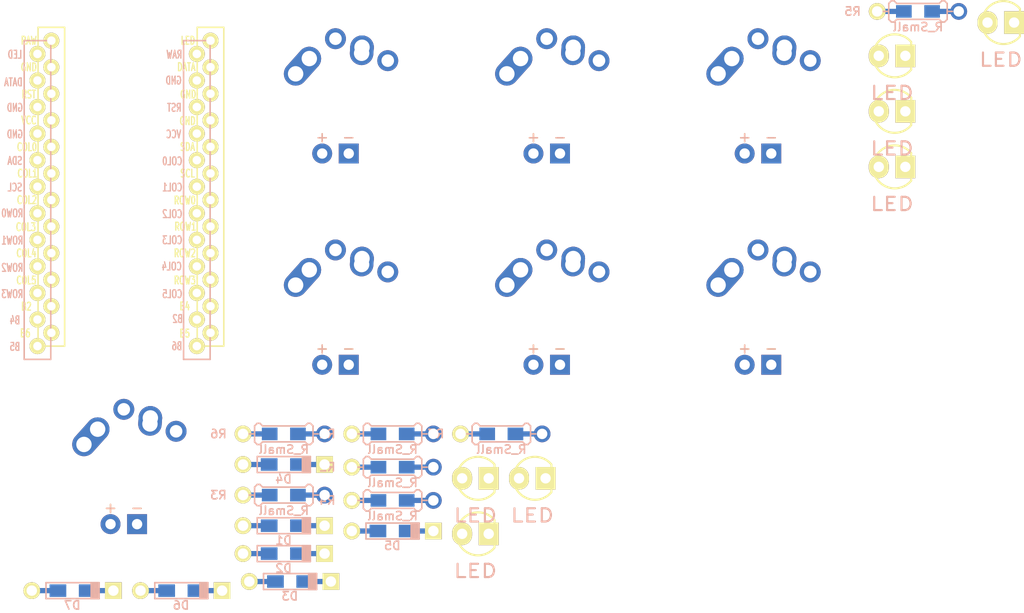
<source format=kicad_pcb>
(kicad_pcb (version 20211014) (generator pcbnew)
  (layers (0 "F.Cu" signal) (31 "B.Cu" signal) (34 "B.Paste" user) (35 "F.Paste" user) (36 "B.SilkS" user "B.Silkscreen") (37 "F.SilkS" user "F.Silkscreen") (38 "B.Mask" user) (39 "F.Mask" user) (44 "Edge.Cuts" user))
  (net 0 "")
  (net 1 "Net-(SW1-Pad2)")
  (net 2 "row0")
  (net 3 "Net-(SW3-Pad2)")
  (net 4 "Net-(D3-Pad2)")
  (net 5 "Net-(D4-Pad2)")
  (net 6 "row1")
  (net 7 "Net-(SW4-Pad2)")
  (net 8 "Net-(SW6-Pad2)")
  (net 9 "Net-(SW7-Pad2)")
  (net 10 "led_pin")
  (net 11 "Net-(D8-Pad2)")
  (net 12 "Net-(D9-Pad2)")
  (net 13 "Net-(D10-Pad2)")
  (net 14 "Net-(D11-Pad2)")
  (net 15 "Net-(D12-Pad2)")
  (net 16 "Net-(D13-Pad2)")
  (net 17 "Net-(D14-Pad2)")
  (net 18 "GND")
  (net 19 "col0")
  (net 20 "col1")
  (net 21 "col2")
  (net 22 "col3")
  (footprint "Keebio-Parts:LED_3mm" (layer "F.Cu") (at 135.1625 107.459961)
    (fp_text reference "D14" hide)
    (fp_text value "LED" (at 0 3.556) (layer "B.SilkS") (effects (font (size 1.27 1.524) (thickness 0.2032))))
    (pad "1" thru_hole oval locked (at -1.27 0) (size 1.905 2.159) (drill 0.9906) (layers *.Cu "F.Paste" "F.SilkS" "F.Mask") (net 10 "led_pin"))
    (pad "2" thru_hole rect locked (at 1.27 0) (size 1.905 2.159) (drill 0.9906) (layers *.Cu "F.Paste" "F.SilkS" "F.Mask") (net 17 "Net-(D14-Pad2)"))
  )
  (footprint "Keebio-Parts:LED_3mm" (layer "F.Cu") (at 175.0025 61.749961)
    (fp_text reference "D9" hide)
    (fp_text value "LED" (at 0 3.556) (layer "B.SilkS") (effects (font (size 1.27 1.524) (thickness 0.2032))))
    (pad "1" thru_hole oval locked (at -1.27 0) (size 1.905 2.159) (drill 0.9906) (layers *.Cu "F.Paste" "F.SilkS" "F.Mask") (net 10 "led_pin"))
    (pad "2" thru_hole rect locked (at 1.27 0) (size 1.905 2.159) (drill 0.9906) (layers *.Cu "F.Paste" "F.SilkS" "F.Mask") (net 12 "Net-(D9-Pad2)"))
  )
  (footprint "Keebio-Parts:Diode-Hybrid-Back" (layer "F.Cu") (at 116.84 100.83)
    (fp_text reference "D4" (at -0.0254 1.4) (layer "B.SilkS") (effects (font (size 0.8 0.8)) (justify mirror)))
    (fp_text value "D" hide)
    (pad "1" thru_hole rect locked (at 3.9 0) (size 1.6 1.6) (drill 1) (layers *.Cu *.Mask "F.SilkS") (net 6 "row1"))
    (pad "1" smd rect locked (at 1.4 0) (size 1.6 1.2) (layers "B.Cu" "B.Paste" "B.Mask") (net 6 "row1"))
    (pad "1" smd rect locked (at 2.5 0) (size 2.9 0.5) (layers "B.Cu") (net 6 "row1"))
    (pad "2" smd rect locked (at -1.4 0) (size 1.6 1.2) (layers "B.Cu" "B.Paste" "B.Mask") (net 5 "Net-(D4-Pad2)"))
    (pad "2" smd rect locked (at -2.5 0) (size 2.9 0.5) (layers "B.Cu") (net 5 "Net-(D4-Pad2)"))
    (pad "2" thru_hole circle locked (at -3.9 0) (size 1.6 1.6) (drill 1) (layers *.Cu *.Mask "F.SilkS") (net 5 "Net-(D4-Pad2)"))
  )
  (footprint "Keebio-Parts:MX-Alps-Choc-1U" (layer "F.Cu") (at 121.78 86.213)
    (fp_text reference "SW1")
    (fp_text value "SW_Push")
    (fp_text user "-" (at 1.27 3.5) (layer "B.SilkS"))
    (fp_text user "+" (at -1.27 3.5) (layer "B.SilkS"))
    (fp_text user "+" (at -1.27 3.5) (layer "F.SilkS"))
    (fp_text user "-" (at 1.27 3.5) (layer "F.SilkS"))
    (pad "" np_thru_hole circle locked (at 5.5 0 48.1) (size 1.7 1.7) (drill 1.7) (layers *.Cu *.Mask))
    (pad "" np_thru_hole circle locked (at -5.22 4.2 48.1) (size 0.8 0.8) (drill 0.8) (layers *.Cu *.Mask))
    (pad "" np_thru_hole circle locked (at 5.08 0 48.0996) (size 1.75 1.75) (drill 1.75) (layers *.Cu *.Mask))
    (pad "" np_thru_hole circle locked (at 0 0) (size 3.9878 3.9878) (drill 3.9878) (layers *.Cu *.Mask))
    (pad "" np_thru_hole circle locked (at -5.08 0 48.0996) (size 1.75 1.75) (drill 1.75) (layers *.Cu *.Mask))
    (pad "" np_thru_hole circle locked (at -5.5 0 48.1) (size 1.7 1.7) (drill 1.7) (layers *.Cu *.Mask))
    (pad "1" thru_hole circle locked (at -2.5 -4) (size 2.25 2.25) (drill 1.47) (layers *.Cu *.Mask) (net 19 "col0"))
    (pad "1" thru_hole circle locked (at 0 -5.9) (size 2 2) (drill 1.2) (layers *.Cu *.Mask) (net 19 "col0"))
    (pad "1" thru_hole oval locked (at -3.81 -2.54 48.1) (size 4.211556 2.25) (drill 1.47 (offset 0.980778 0)) (layers *.Cu *.Mask) (net 19 "col0"))
    (pad "2" thru_hole oval locked (at 2.5 -4.5 86.1) (size 2.831378 2.25) (drill 1.47 (offset 0.290689 0)) (layers *.Cu *.Mask) (net 1 "Net-(SW1-Pad2)"))
    (pad "2" thru_hole circle locked (at 5 -3.8) (size 2 2) (drill 1.2) (layers *.Cu *.Mask) (net 1 "Net-(SW1-Pad2)"))
    (pad "2" thru_hole circle locked (at 2.54 -5.08) (size 2.25 2.25) (drill 1.47) (layers *.Cu *.Mask) (net 1 "Net-(SW1-Pad2)"))
    (pad "3" thru_hole circle locked (at -1.27 5.08) (size 1.905 1.905) (drill 0.9906) (layers *.Cu *.Mask))
    (pad "4" thru_hole rect locked (at 1.27 5.08) (size 1.905 1.905) (drill 0.9906) (layers *.Cu *.Mask))
  )
  (footprint "Keebio-Parts:Diode-Hybrid-Back" (layer "F.Cu") (at 116.84 109.35)
    (fp_text reference "D2" (at -0.0254 1.4) (layer "B.SilkS") (effects (font (size 0.8 0.8)) (justify mirror)))
    (fp_text value "D" hide)
    (pad "1" smd rect locked (at 2.5 0) (size 2.9 0.5) (layers "B.Cu") (net 2 "row0"))
    (pad "1" thru_hole rect locked (at 3.9 0) (size 1.6 1.6) (drill 1) (layers *.Cu *.Mask "F.SilkS") (net 2 "row0"))
    (pad "1" smd rect locked (at 1.4 0) (size 1.6 1.2) (layers "B.Cu" "B.Paste" "B.Mask") (net 2 "row0"))
    (pad "2" smd rect locked (at -2.5 0) (size 2.9 0.5) (layers "B.Cu") (net 3 "Net-(SW3-Pad2)"))
    (pad "2" thru_hole circle locked (at -3.9 0) (size 1.6 1.6) (drill 1) (layers *.Cu *.Mask "F.SilkS") (net 3 "Net-(SW3-Pad2)"))
    (pad "2" smd rect locked (at -1.4 0) (size 1.6 1.2) (layers "B.Cu" "B.Paste" "B.Mask") (net 3 "Net-(SW3-Pad2)"))
  )
  (footprint "Keebio-Parts:MX-Alps-Choc-1U" (layer "F.Cu") (at 141.98 66.013)
    (fp_text reference "SW2")
    (fp_text value "SW_Push")
    (fp_text user "-" (at 1.27 3.5) (layer "B.SilkS"))
    (fp_text user "+" (at -1.27 3.5) (layer "B.SilkS"))
    (fp_text user "+" (at -1.27 3.5) (layer "F.SilkS"))
    (fp_text user "-" (at 1.27 3.5) (layer "F.SilkS"))
    (pad "" np_thru_hole circle locked (at 5.08 0 48.0996) (size 1.75 1.75) (drill 1.75) (layers *.Cu *.Mask))
    (pad "" np_thru_hole circle locked (at 0 0) (size 3.9878 3.9878) (drill 3.9878) (layers *.Cu *.Mask))
    (pad "" np_thru_hole circle locked (at -5.5 0 48.1) (size 1.7 1.7) (drill 1.7) (layers *.Cu *.Mask))
    (pad "" np_thru_hole circle locked (at 5.5 0 48.1) (size 1.7 1.7) (drill 1.7) (layers *.Cu *.Mask))
    (pad "" np_thru_hole circle locked (at -5.08 0 48.0996) (size 1.75 1.75) (drill 1.75) (layers *.Cu *.Mask))
    (pad "" np_thru_hole circle locked (at -5.22 4.2 48.1) (size 0.8 0.8) (drill 0.8) (layers *.Cu *.Mask))
    (pad "1" thru_hole circle locked (at 0 -5.9) (size 2 2) (drill 1.2) (layers *.Cu *.Mask) (net 19 "col0"))
    (pad "1" thru_hole circle locked (at -2.5 -4) (size 2.25 2.25) (drill 1.47) (layers *.Cu *.Mask) (net 19 "col0"))
    (pad "1" thru_hole oval locked (at -3.81 -2.54 48.1) (size 4.211556 2.25) (drill 1.47 (offset 0.980778 0)) (layers *.Cu *.Mask) (net 19 "col0"))
    (pad "2" thru_hole oval locked (at 2.5 -4.5 86.1) (size 2.831378 2.25) (drill 1.47 (offset 0.290689 0)) (layers *.Cu *.Mask) (net 5 "Net-(D4-Pad2)"))
    (pad "2" thru_hole circle locked (at 2.54 -5.08) (size 2.25 2.25) (drill 1.47) (layers *.Cu *.Mask) (net 5 "Net-(D4-Pad2)"))
    (pad "2" thru_hole circle locked (at 5 -3.8) (size 2 2) (drill 1.2) (layers *.Cu *.Mask) (net 5 "Net-(D4-Pad2)"))
    (pad "3" thru_hole circle locked (at -1.27 5.08) (size 1.905 1.905) (drill 0.9906) (layers *.Cu *.Mask))
    (pad "4" thru_hole rect locked (at 1.27 5.08) (size 1.905 1.905) (drill 0.9906) (layers *.Cu *.Mask))
  )
  (footprint "Keebio-Parts:Resistor-Hybrid-Back" (layer "F.Cu") (at 127.24 101.084)
    (fp_text reference "R2" (at -6.250776 0) (layer "B.SilkS") (effects (font (size 0.8 0.8)) (justify mirror)))
    (fp_text value "R_Small" (at 0 1.48828) (layer "B.SilkS") (effects (font (size 0.8 0.8)) (justify mirror)))
    (pad "1" smd rect locked (at 1.35 0) (size 1.5 1.2) (layers "B.Cu" "B.Paste" "B.Mask") (net 14 "Net-(D11-Pad2)"))
    (pad "1" smd rect locked (at 2.5 0) (size 2.9 0.5) (layers "B.Cu") (net 14 "Net-(D11-Pad2)"))
    (pad "1" thru_hole circle locked (at 3.9 0) (size 1.6 1.6) (drill 1) (layers *.Cu *.Mask) (net 14 "Net-(D11-Pad2)"))
    (pad "2" smd rect locked (at -2.5 0) (size 2.9 0.5) (layers "B.Cu") (net 18 "GND"))
    (pad "2" smd rect locked (at -1.35 0) (size 1.5 1.2) (layers "B.Cu" "B.Paste" "B.Mask") (net 18 "GND"))
    (pad "2" thru_hole circle locked (at -3.9 0) (size 1.6 1.6) (drill 1) (layers *.Cu *.Mask "F.SilkS") (net 18 "GND"))
  )
  (footprint "kbd:ProMicro_v2" (layer "F.Cu") (at 102.175 74.776)
    (fp_text reference "U1" hide)
    (fp_text value "ProMicro" hide)
    (fp_text user "SCL" (at -11.049 -0.4445) (layer "B.SilkS") (effects (font (size 0.75 0.5) (thickness 0.125)) (justify mirror)))
    (fp_text user "COL2" (at 4 2.1) (layer "B.SilkS") (effects (font (size 0.75 0.5) (thickness 0.125)) (justify mirror)))
    (fp_text user "B2" (at 4.5085 12.1285) (layer "B.SilkS") (effects (font (size 0.75 0.5) (thickness 0.125)) (justify mirror)))
    (fp_text user "GND" (at 4.1275 -10.668) (layer "B.SilkS") (effects (font (size 0.75 0.5) (thickness 0.125)) (justify mirror)))
    (fp_text user "VCC" (at 4.1275 -5.5245) (layer "B.SilkS") (effects (font (size 0.75 0.5) (thickness 0.125)) (justify mirror)))
    (fp_text user "LED" (at -11.049 -13.1445) (layer "B.SilkS") (effects (font (size 0.75 0.5) (thickness 0.125)) (justify mirror)))
    (fp_text user "ROW2" (at -11.3 7.239) (layer "B.SilkS") (effects (font (size 0.75 0.5) (thickness 0.125)) (justify mirror)))
    (fp_text user "COL0" (at 4 -2.95) (layer "B.SilkS") (effects (font (size 0.75 0.5) (thickness 0.125)) (justify mirror)))
    (fp_text user "B4" (at -11.049 12.2555) (layer "B.SilkS") (effects (font (size 0.75 0.5) (thickness 0.125)) (justify mirror)))
    (fp_text user "ROW1" (at -11.3 4.6355) (layer "B.SilkS") (effects (font (size 0.75 0.5) (thickness 0.125)) (justify mirror)))
    (fp_text user "RAW" (at 4.191 -13.1445) (layer "B.SilkS") (effects (font (size 0.75 0.5) (thickness 0.125)) (justify mirror)))
    (fp_text user "" (at -1.2065 -16.256) (layer "B.SilkS") (effects (justify mirror)))
    (fp_text user "RST" (at 4.191 -8.0645) (layer "B.SilkS") (effects (font (size 0.75 0.5) (thickness 0.125)) (justify mirror)))
    (fp_text user "COL3" (at 4 4.6) (layer "B.SilkS") (effects (font (size 0.75 0.5) (thickness 0.125)) (justify mirror)))
    (fp_text user "GND" (at -11.049 -8.0645) (layer "B.SilkS") (effects (font (size 0.75 0.5) (thickness 0.125)) (justify mirror)))
    (fp_text user "COL1" (at 4 -0.4445) (layer "B.SilkS") (effects (font (size 0.75 0.5) (thickness 0.125)) (justify mirror)))
    (fp_text user "SDA" (at -11.049 -2.9845) (layer "B.SilkS") (effects (font (size 0.75 0.5) (thickness 0.125)) (justify mirror)))
    (fp_text user "B5" (at -11.049 14.7955) (layer "B.SilkS") (effects (font (size 0.75 0.5) (thickness 0.125)) (justify mirror)))
    (fp_text user "GND" (at -11.049 -5.5245) (layer "B.SilkS") (effects (font (size 0.75 0.5) (thickness 0.125)) (justify mirror)))
    (fp_text user "DATA" (at -11.2 -10.5) (layer "B.SilkS") (effects (font (size 0.75 0.5) (thickness 0.125)) (justify mirror)))
    (fp_text user "B6" (at 4.445 14.732) (layer "B.SilkS") (effects (font (size 0.75 0.5) (thickness 0.125)) (justify mirror)))
    (fp_text user "COL5" (at 4 9.75) (layer "B.SilkS") (effects (font (size 0.75 0.5) (thickness 0.125)) (justify mirror)))
    (fp_text user "COL4" (at 3.95 7.112) (layer "B.SilkS") (effects (font (size 0.75 0.5) (thickness 0.125)) (justify mirror)))
    (fp_text user "ROW3" (at -11.3 9.75) (layer "B.SilkS") (effects (font (size 0.75 0.5) (thickness 0.125)) (justify mirror)))
    (fp_text user "ROW0" (at -11.3 2.032) (layer "B.SilkS") (effects (font (size 0.75 0.5) (thickness 0.125)) (justify mirror)))
    (fp_text user "ROW0" (at 5.2 0.8) (layer "F.SilkS") (effects (font (size 0.75 0.5) (thickness 0.125))))
    (fp_text user "COL5" (at -9.95 8.4455) (layer "F.SilkS") (effects (font (size 0.75 0.5) (thickness 0.125))))
    (fp_text user "ROW2" (at 5.2 5.85) (layer "F.SilkS") (effects (font (size 0.75 0.5) (thickness 0.125))))
    (fp_text user "GND" (at 5.5245 -9.3345) (layer "F.SilkS") (effects (font (size 0.75 0.5) (thickness 0.125))))
    (fp_text user "SDA" (at 5.461 -4.318) (layer "F.SilkS") (effects (font (size 0.75 0.5) (thickness 0.125))))
    (fp_text user "B2" (at -9.95 10.95) (layer "F.SilkS") (effects (font (size 0.75 0.5) (thickness 0.125))))
    (fp_text user "B4" (at 5.2 10.922) (layer "F.SilkS") (effects (font (size 0.75 0.5) (thickness 0.125))))
    (fp_text user "COL4" (at -9.95 5.85) (layer "F.SilkS") (effects (font (size 0.75 0.5) (thickness 0.125))))
    (fp_text user "COL3" (at -10 3.35) (layer "F.SilkS") (effects (font (size 0.75 0.5) (thickness 0.125))))
    (fp_text user "RST" (at -9.7155 -9.3345) (layer "F.SilkS") (effects (font (size 0.75 0.5) (thickness 0.125))))
    (fp_text user "GND" (at 5.461 -6.7945) (layer "F.SilkS") (effects (font (size 0.75 0.5) (thickness 0.125))))
    (fp_text user "ROW1" (at 5.25 3.302) (layer "F.SilkS") (effects (font (size 0.75 0.5) (thickness 0.125))))
    (fp_text user "COL2" (at -9.9 0.762) (layer "F.SilkS") (effects (font (size 0.75 0.5) (thickness 0.125))))
    (fp_text user "B5" (at 5.2 13.5255) (layer "F.SilkS") (effects (font (size 0.75 0.5) (thickness 0.125))))
    (fp_text user "RAW" (at -9.7155 -14.478) (layer "F.SilkS") (effects (font (size 0.75 0.5) (thickness 0.125))))
    (fp_text user "DATA" (at 5.35 -11.95) (layer "F.SilkS") (effects (font (size 0.75 0.5) (thickness 0.125))))
    (fp_text user "VCC" (at -9.7155 -6.858) (layer "F.SilkS") (effects (font (size 0.75 0.5) (thickness 0.125))))
    (fp_text user "B6" (at -10.05 13.5) (layer "F.SilkS") (effects (font (size 0.75 0.5) (thickness 0.125))))
    (fp_text user "SCL" (at 5.461 -1.778) (layer "F.SilkS") (effects (font (size 0.75 0.5) (thickness 0.125))))
    (fp_text user "LED" (at 5.5 -14.478) (layer "F.SilkS") (effects (font (size 0.75 0.5) (thickness 0.125))))
    (fp_text user "" (at -0.5 -17.25) (layer "F.SilkS"))
    (fp_text user "COL0" (at -9.9 -4.3) (layer "F.SilkS") (effects (font (size 0.75 0.5) (thickness 0.125))))
    (fp_text user "ROW3" (at 5.2 8.4455) (layer "F.SilkS") (effects (font (size 0.75 0.5) (thickness 0.125))))
    (fp_text user "GND" (at -9.7155 -11.938) (layer "F.SilkS") (effects (font (size 0.75 0.5) (thickness 0.125))))
    (fp_text user "COL1" (at -9.85 -1.778) (layer "F.SilkS") (effects (font (size 0.75 0.5) (thickness 0.125))))
    (pad "1" thru_hole circle locked (at 7.6564 -14.478) (size 1.524 1.524) (drill 0.8128) (layers *.Cu *.Mask "F.SilkS"))
    (pad "1" thru_hole circle locked (at -8.89 -13.208) (size 1.524 1.524) (drill 0.8128) (layers *.Cu *.Mask "F.SilkS"))
    (pad "2" thru_hole circle locked (at 7.6564 -11.938) (size 1.524 1.524) (drill 0.8128) (layers *.Cu *.Mask "F.SilkS"))
    (pad "2" thru_hole circle locked (at -8.89 -10.668) (size 1.524 1.524) (drill 0.8128) (layers *.Cu *.Mask "F.SilkS"))
    (pad "3" thru_hole circle locked (at 7.6564 -9.398) (size 1.524 1.524) (drill 0.8128) (layers *.Cu *.Mask "F.SilkS"))
    (pad "3" thru_hole circle locked (at -8.89 -8.128) (size 1.524 1.524) (drill 0.8128) (layers *.Cu *.Mask "F.SilkS"))
    (pad "4" thru_hole circle locked (at -8.89 -5.588) (size 1.524 1.524) (drill 0.8128) (layers *.Cu *.Mask "F.SilkS"))
    (pad "4" thru_hole circle locked (at 7.6564 -6.858) (size 1.524 1.524) (drill 0.8128) (layers *.Cu *.Mask "F.SilkS"))
    (pad "5" thru_hole circle locked (at 7.6564 -4.318) (size 1.524 1.524) (drill 0.8128) (layers *.Cu *.Mask "F.SilkS"))
    (pad "5" thru_hole circle locked (at -8.89 -3.048) (size 1.524 1.524) (drill 0.8128) (layers *.Cu *.Mask "F.SilkS"))
    (pad "6" thru_hole circle locked (at -8.89 -0.508) (size 1.524 1.524) (drill 0.8128) (layers *.Cu *.Mask "F.SilkS"))
    (pad "6" thru_hole circle locked (at 7.6564 -1.778) (size 1.524 1.524) (drill 0.8128) (layers *.Cu *.Mask "F.SilkS"))
    (pad "7" thru_hole circle locked (at -8.89 2.032) (size 1.524 1.524) (drill 0.8128) (layers *.Cu *.Mask "F.SilkS"))
    (pad "7" thru_hole circle locked (at 7.6564 0.762) (size 1.524 1.524) (drill 0.8128) (layers *.Cu *.Mask "F.SilkS"))
    (pad "8" thru_hole circle locked (at 7.6564 3.302) (size 1.524 1.524) (drill 0.8128) (layers *.Cu *.Mask "F.SilkS"))
    (pad "8" thru_hole circle locked (at -8.89 4.572) (size 1.524 1.524) (drill 0.8128) (layers *.Cu *.Mask "F.SilkS"))
    (pad "9" thru_hole circle locked (at -8.89 7.112) (size 1.524 1.524) (drill 0.8128) (layers *.Cu *.Mask "F.SilkS"))
    (pad "9" thru_hole circle locked (at 7.6564 5.842) (size 1.524 1.524) (drill 0.8128) (layers *.Cu *.Mask "F.SilkS"))
    (pad "10" thru_hole circle locked (at 7.6564 8.382) (size 1.524 1.524) (drill 0.8128) (layers *.Cu *.Mask "F.SilkS"))
    (pad "10" thru_hole circle locked (at -8.89 9.652) (size 1.524 1.524) (drill 0.8128) (layers *.Cu *.Mask "F.SilkS"))
    (pad "11" thru_hole circle locked (at -8.89 12.192) (size 1.524 1.524) (drill 0.8128) (layers *.Cu *.Mask "F.SilkS"))
    (pad "11" thru_hole circle locked (at 7.6564 10.922) (size 1.524 1.524) (drill 0.8128) (layers *.Cu *.Mask "F.SilkS"))
    (pad "12" thru_hole circle locked (at -8.89 14.732) (size 1.524 1.524) (drill 0.8128) (layers *.Cu *.Mask "F.SilkS"))
    (pad "12" thru_hole circle locked (at 7.6564 13.462) (size 1.524 1.524) (drill 0.8128) (layers *.Cu *.Mask "F.SilkS"))
    (pad "13" thru_hole circle locked (at 6.35 14.732) (size 1.524 1.524) (drill 0.8128) (layers *.Cu *.Mask "F.SilkS"))
    (pad "13" thru_hole circle locked (at -7.5636 13.462) (size 1.524 1.524) (drill 0.8128) (layers *.Cu *.Mask "F.SilkS"))
    (pad "14" thru_hole circle locked (at -7.5636 10.922) (size 1.524 1.524) (drill 0.8128) (layers *.Cu *.Mask "F.SilkS"))
    (pad "14" thru_hole circle locked (at 6.35 12.192) (size 1.524 1.524) (drill 0.8128) (layers *.Cu *.Mask "F.SilkS"))
    (pad "15" thru_hole circle locked (at 6.35 9.652) (size 1.524 1.524) (drill 0.8128) (layers *.Cu *.Mask "F.SilkS"))
    (pad "15" thru_hole circle locked (at -7.5636 8.382) (size 1.524 1.524) (drill 0.8128) (layers *.Cu *.Mask "F.SilkS"))
    (pad "16" thru_hole circle locked (at 6.35 7.112) (size 1.524 1.524) (drill 0.8128) (layers *.Cu *.Mask "F.SilkS"))
    (pad "16" thru_hole circle locked (at -7.5636 5.842) (size 1.524 1.524) (drill 0.8128) (layers *.Cu *.Mask "F.SilkS"))
    (pad "17" thru_hole circle locked (at 6.35 4.572) (size 1.524 1.524) (drill 0.8128) (layers *.Cu *.Mask "F.SilkS"))
    (pad "17" thru_hole circle locked (at -7.5636 3.302) (size 1.524 1.524) (drill 0.8128) (layers *.Cu *.Mask "F.SilkS"))
    (pad "18" thru_hole circle locked (at -7.5636 0.762) (size 1.524 1.524) (drill 0.8128) (layers *.Cu *.Mask "F.SilkS"))
    (pad "18" thru_hole circle locked (at 6.35 2.032) (size 1.524 1.524) (drill 0.8128) (layers *.Cu *.Mask "F.SilkS"))
    (pad "19" thru_hole circle locked (at 6.35 -0.508) (size 1.524 1.524) (drill 0.8128) (layers *.Cu *.Mask "F.SilkS"))
    (pad "19" thru_hole circle locked (at -7.5636 -1.778) (size 1.524 1.524) (drill 0.8128) (layers *.Cu *.Mask "F.SilkS"))
    (pad "20" thru_hole circle locked (at -7.5636 -4.318) (size 1.524 1.524) (drill 0.8128) (layers *.Cu *.Mask "F.SilkS"))
    (pad "20" thru_hole circle locked (at 6.35 -3.048) (size 1.524 1.524) (drill 0.8128) (layers *.Cu *.Mask "F.SilkS"))
    (pad "21" thru_hole circle locked (at -7.5636 -6.858) (size 1.524 1.524) (drill 0.8128) (layers *.Cu *.Mask "F.SilkS"))
    (pad "21" thru_hole circle locked (at 6.35 -5.588) (size 1.524 1.524) (drill 0.8128) (layers *.Cu *.Mask "F.SilkS"))
    (pad "22" thru_hole circle locked (at -7.5636 -9.398) (size 1.524 1.524) (drill 0.8128) (layers *.Cu *.Mask "F.SilkS"))
    (pad "22" thru_hole circle locked (at 6.35 -8.128) (size 1.524 1.524) (drill 0.8128) (layers *.Cu *.Mask "F.SilkS"))
    (pad "23" thru_hole circle locked (at 6.35 -10.668) (size 1.524 1.524) (drill 0.8128) (layers *.Cu *.Mask "F.SilkS"))
    (pad "23" thru_hole circle locked (at -7.5636 -11.938) (size 1.524 1.524) (drill 0.8128) (layers *.Cu *.Mask "F.SilkS"))
    (pad "24" thru_hole circle locked (at 6.35 -13.208) (size 1.524 1.524) (drill 0.8128) (layers *.Cu *.Mask "F.SilkS"))
    (pad "24" thru_hole circle locked (at -7.5636 -14.478) (size 1.524 1.524) (drill 0.8128) (layers *.Cu *.Mask "F.SilkS"))
  )
  (footprint "Keebio-Parts:Resistor-Hybrid-Back" (layer "F.Cu") (at 116.84 103.754)
    (fp_text reference "R3" (at -6.250776 0) (layer "B.SilkS") (effects (font (size 0.8 0.8)) (justify mirror)))
    (fp_text value "R_Small" (at 0 1.48828) (layer "B.SilkS") (effects (font (size 0.8 0.8)) (justify mirror)))
    (pad "1" thru_hole circle locked (at 3.9 0) (size 1.6 1.6) (drill 1) (layers *.Cu *.Mask) (net 12 "Net-(D9-Pad2)"))
    (pad "1" smd rect locked (at 2.5 0) (size 2.9 0.5) (layers "B.Cu") (net 12 "Net-(D9-Pad2)"))
    (pad "1" smd rect locked (at 1.35 0) (size 1.5 1.2) (layers "B.Cu" "B.Paste" "B.Mask") (net 12 "Net-(D9-Pad2)"))
    (pad "2" smd rect locked (at -2.5 0) (size 2.9 0.5) (layers "B.Cu") (net 18 "GND"))
    (pad "2" thru_hole circle locked (at -3.9 0) (size 1.6 1.6) (drill 1) (layers *.Cu *.Mask "F.SilkS") (net 18 "GND"))
    (pad "2" smd rect locked (at -1.35 0) (size 1.5 1.2) (layers "B.Cu" "B.Paste" "B.Mask") (net 18 "GND"))
  )
  (footprint "Keebio-Parts:Diode-Hybrid-Back" (layer "F.Cu") (at 96.64 112.89)
    (fp_text reference "D7" (at -0.0254 1.4) (layer "B.SilkS") (effects (font (size 0.8 0.8)) (justify mirror)))
    (fp_text value "D" hide)
    (pad "1" smd rect locked (at 1.4 0) (size 1.6 1.2) (layers "B.Cu" "B.Paste" "B.Mask") (net 6 "row1"))
    (pad "1" smd rect locked (at 2.5 0) (size 2.9 0.5) (layers "B.Cu") (net 6 "row1"))
    (pad "1" thru_hole rect locked (at 3.9 0) (size 1.6 1.6) (drill 1) (layers *.Cu *.Mask "F.SilkS") (net 6 "row1"))
    (pad "2" smd rect locked (at -1.4 0) (size 1.6 1.2) (layers "B.Cu" "B.Paste" "B.Mask") (net 9 "Net-(SW7-Pad2)"))
    (pad "2" thru_hole circle locked (at -3.9 0) (size 1.6 1.6) (drill 1) (layers *.Cu *.Mask "F.SilkS") (net 9 "Net-(SW7-Pad2)"))
    (pad "2" smd rect locked (at -2.5 0) (size 2.9 0.5) (layers "B.Cu") (net 9 "Net-(SW7-Pad2)"))
  )
  (footprint "Keebio-Parts:Diode-Hybrid-Back" (layer "F.Cu") (at 107.04 112.89)
    (fp_text reference "D6" (at -0.0254 1.4) (layer "B.SilkS") (effects (font (size 0.8 0.8)) (justify mirror)))
    (fp_text value "D" hide)
    (pad "1" smd rect locked (at 1.4 0) (size 1.6 1.2) (layers "B.Cu" "B.Paste" "B.Mask") (net 6 "row1"))
    (pad "1" thru_hole rect locked (at 3.9 0) (size 1.6 1.6) (drill 1) (layers *.Cu *.Mask "F.SilkS") (net 6 "row1"))
    (pad "1" smd rect locked (at 2.5 0) (size 2.9 0.5) (layers "B.Cu") (net 6 "row1"))
    (pad "2" thru_hole circle locked (at -3.9 0) (size 1.6 1.6) (drill 1) (layers *.Cu *.Mask "F.SilkS") (net 8 "Net-(SW6-Pad2)"))
    (pad "2" smd rect locked (at -1.4 0) (size 1.6 1.2) (layers "B.Cu" "B.Paste" "B.Mask") (net 8 "Net-(SW6-Pad2)"))
    (pad "2" smd rect locked (at -2.5 0) (size 2.9 0.5) (layers "B.Cu") (net 8 "Net-(SW6-Pad2)"))
  )
  (footprint "Keebio-Parts:MX-Alps-Choc-1U" (layer "F.Cu") (at 121.78 66.013)
    (fp_text reference "SW4")
    (fp_text value "SW_Push")
    (fp_text user "-" (at 1.27 3.5) (layer "B.SilkS"))
    (fp_text user "+" (at -1.27 3.5) (layer "B.SilkS"))
    (fp_text user "+" (at -1.27 3.5) (layer "F.SilkS"))
    (fp_text user "-" (at 1.27 3.5) (layer "F.SilkS"))
    (pad "" np_thru_hole circle locked (at -5.5 0 48.1) (size 1.7 1.7) (drill 1.7) (layers *.Cu *.Mask))
    (pad "" np_thru_hole circle locked (at 5.5 0 48.1) (size 1.7 1.7) (drill 1.7) (layers *.Cu *.Mask))
    (pad "" np_thru_hole circle locked (at -5.08 0 48.0996) (size 1.75 1.75) (drill 1.75) (layers *.Cu *.Mask))
    (pad "" np_thru_hole circle locked (at 0 0) (size 3.9878 3.9878) (drill 3.9878) (layers *.Cu *.Mask))
    (pad "" np_thru_hole circle locked (at 5.08 0 48.0996) (size 1.75 1.75) (drill 1.75) (layers *.Cu *.Mask))
    (pad "" np_thru_hole circle locked (at -5.22 4.2 48.1) (size 0.8 0.8) (drill 0.8) (layers *.Cu *.Mask))
    (pad "1" thru_hole circle locked (at -2.5 -4) (size 2.25 2.25) (drill 1.47) (layers *.Cu *.Mask) (net 20 "col1"))
    (pad "1" thru_hole oval locked (at -3.81 -2.54 48.1) (size 4.211556 2.25) (drill 1.47 (offset 0.980778 0)) (layers *.Cu *.Mask) (net 20 "col1"))
    (pad "1" thru_hole circle locked (at 0 -5.9) (size 2 2) (drill 1.2) (layers *.Cu *.Mask) (net 20 "col1"))
    (pad "2" thru_hole oval locked (at 2.5 -4.5 86.1) (size 2.831378 2.25) (drill 1.47 (offset 0.290689 0)) (layers *.Cu *.Mask) (net 7 "Net-(SW4-Pad2)"))
    (pad "2" thru_hole circle locked (at 2.54 -5.08) (size 2.25 2.25) (drill 1.47) (layers *.Cu *.Mask) (net 7 "Net-(SW4-Pad2)"))
    (pad "2" thru_hole circle locked (at 5 -3.8) (size 2 2) (drill 1.2) (layers *.Cu *.Mask) (net 7 "Net-(SW4-Pad2)"))
    (pad "3" thru_hole circle locked (at -1.27 5.08) (size 1.905 1.905) (drill 0.9906) (layers *.Cu *.Mask))
    (pad "4" thru_hole rect locked (at 1.27 5.08) (size 1.905 1.905) (drill 0.9906) (layers *.Cu *.Mask))
  )
  (footprint "Keebio-Parts:LED_3mm" (layer "F.Cu") (at 175.0025 72.369961)
    (fp_text reference "D12" hide)
    (fp_text value "LED" (at 0 3.556) (layer "B.SilkS") (effects (font (size 1.27 1.524) (thickness 0.2032))))
    (pad "1" thru_hole oval locked (at -1.27 0) (size 1.905 2.159) (drill 0.9906) (layers *.Cu "F.Paste" "F.SilkS" "F.Mask") (net 10 "led_pin"))
    (pad "2" thru_hole rect locked (at 1.27 0) (size 1.905 2.159) (drill 0.9906) (layers *.Cu "F.Paste" "F.SilkS" "F.Mask") (net 15 "Net-(D12-Pad2)"))
  )
  (footprint "Keebio-Parts:Resistor-Hybrid-Back" (layer "F.Cu") (at 137.64 97.904)
    (fp_text reference "R7" (at -6.250776 0) (layer "B.SilkS") (effects (font (size 0.8 0.8)) (justify mirror)))
    (fp_text value "R_Small" (at 0 1.48828) (layer "B.SilkS") (effects (font (size 0.8 0.8)) (justify mirror)))
    (pad "1" smd rect locked (at 1.35 0) (size 1.5 1.2) (layers "B.Cu" "B.Paste" "B.Mask") (net 17 "Net-(D14-Pad2)"))
    (pad "1" thru_hole circle locked (at 3.9 0) (size 1.6 1.6) (drill 1) (layers *.Cu *.Mask) (net 17 "Net-(D14-Pad2)"))
    (pad "1" smd rect locked (at 2.5 0) (size 2.9 0.5) (layers "B.Cu") (net 17 "Net-(D14-Pad2)"))
    (pad "2" smd rect locked (at -1.35 0) (size 1.5 1.2) (layers "B.Cu" "B.Paste" "B.Mask") (net 18 "GND"))
    (pad "2" thru_hole circle locked (at -3.9 0) (size 1.6 1.6) (drill 1) (layers *.Cu *.Mask "F.SilkS") (net 18 "GND"))
    (pad "2" smd rect locked (at -2.5 0) (size 2.9 0.5) (layers "B.Cu") (net 18 "GND"))
  )
  (footprint "Keebio-Parts:LED_3mm" (layer "F.Cu") (at 135.1625 102.149961)
    (fp_text reference "D10" hide)
    (fp_text value "LED" (at 0 3.556) (layer "B.SilkS") (effects (font (size 1.27 1.524) (thickness 0.2032))))
    (pad "1" thru_hole oval locked (at -1.27 0) (size 1.905 2.159) (drill 0.9906) (layers *.Cu "F.Paste" "F.SilkS" "F.Mask") (net 10 "led_pin"))
    (pad "2" thru_hole rect locked (at 1.27 0) (size 1.905 2.159) (drill 0.9906) (layers *.Cu "F.Paste" "F.SilkS" "F.Mask") (net 13 "Net-(D10-Pad2)"))
  )
  (footprint "Keebio-Parts:Diode-Hybrid-Back" (layer "F.Cu") (at 117.44 112.02)
    (fp_text reference "D3" (at -0.0254 1.4) (layer "B.SilkS") (effects (font (size 0.8 0.8)) (justify mirror)))
    (fp_text value "D" hide)
    (pad "1" smd rect locked (at 2.5 0) (size 2.9 0.5) (layers "B.Cu") (net 2 "row0"))
    (pad "1" thru_hole rect locked (at 3.9 0) (size 1.6 1.6) (drill 1) (layers *.Cu *.Mask "F.SilkS") (net 2 "row0"))
    (pad "1" smd rect locked (at 1.4 0) (size 1.6 1.2) (layers "B.Cu" "B.Paste" "B.Mask") (net 2 "row0"))
    (pad "2" smd rect locked (at -2.5 0) (size 2.9 0.5) (layers "B.Cu") (net 4 "Net-(D3-Pad2)"))
    (pad "2" smd rect locked (at -1.4 0) (size 1.6 1.2) (layers "B.Cu" "B.Paste" "B.Mask") (net 4 "Net-(D3-Pad2)"))
    (pad "2" thru_hole circle locked (at -3.9 0) (size 1.6 1.6) (drill 1) (layers *.Cu *.Mask "F.SilkS") (net 4 "Net-(D3-Pad2)"))
  )
  (footprint "Keebio-Parts:MX-Alps-Choc-1U" (layer "F.Cu") (at 141.98 86.213)
    (fp_text reference "SW3")
    (fp_text value "SW_Push")
    (fp_text user "+" (at -1.27 3.5) (layer "B.SilkS"))
    (fp_text user "-" (at 1.27 3.5) (layer "B.SilkS"))
    (fp_text user "+" (at -1.27 3.5) (layer "F.SilkS"))
    (fp_text user "-" (at 1.27 3.5) (layer "F.SilkS"))
    (pad "" np_thru_hole circle locked (at 0 0) (size 3.9878 3.9878) (drill 3.9878) (layers *.Cu *.Mask))
    (pad "" np_thru_hole circle locked (at 5.08 0 48.0996) (size 1.75 1.75) (drill 1.75) (layers *.Cu *.Mask))
    (pad "" np_thru_hole circle locked (at 5.5 0 48.1) (size 1.7 1.7) (drill 1.7) (layers *.Cu *.Mask))
    (pad "" np_thru_hole circle locked (at -5.08 0 48.0996) (size 1.75 1.75) (drill 1.75) (layers *.Cu *.Mask))
    (pad "" np_thru_hole circle locked (at -5.5 0 48.1) (size 1.7 1.7) (drill 1.7) (layers *.Cu *.Mask))
    (pad "" np_thru_hole circle locked (at -5.22 4.2 48.1) (size 0.8 0.8) (drill 0.8) (layers *.Cu *.Mask))
    (pad "1" thru_hole circle locked (at 0 -5.9) (size 2 2) (drill 1.2) (layers *.Cu *.Mask) (net 20 "col1"))
    (pad "1" thru_hole circle locked (at -2.5 -4) (size 2.25 2.25) (drill 1.47) (layers *.Cu *.Mask) (net 20 "col1"))
    (pad "1" thru_hole oval locked (at -3.81 -2.54 48.1) (size 4.211556 2.25) (drill 1.47 (offset 0.980778 0)) (layers *.Cu *.Mask) (net 20 "col1"))
    (pad "2" thru_hole oval locked (at 2.5 -4.5 86.1) (size 2.831378 2.25) (drill 1.47 (offset 0.290689 0)) (layers *.Cu *.Mask) (net 3 "Net-(SW3-Pad2)"))
    (pad "2" thru_hole circle locked (at 5 -3.8) (size 2 2) (drill 1.2) (layers *.Cu *.Mask) (net 3 "Net-(SW3-Pad2)"))
    (pad "2" thru_hole circle locked (at 2.54 -5.08) (size 2.25 2.25) (drill 1.47) (layers *.Cu *.Mask) (net 3 "Net-(SW3-Pad2)"))
    (pad "3" thru_hole circle locked (at -1.27 5.08) (size 1.905 1.905) (drill 0.9906) (layers *.Cu *.Mask))
    (pad "4" thru_hole rect locked (at 1.27 5.08) (size 1.905 1.905) (drill 0.9906) (layers *.Cu *.Mask))
  )
  (footprint "Keebio-Parts:LED_3mm" (layer "F.Cu") (at 140.6025 102.149961)
    (fp_text reference "D13" hide)
    (fp_text value "LED" (at 0 3.556) (layer "B.SilkS") (effects (font (size 1.27 1.524) (thickness 0.2032))))
    (pad "1" thru_hole oval locked (at -1.27 0) (size 1.905 2.159) (drill 0.9906) (layers *.Cu "F.Paste" "F.SilkS" "F.Mask") (net 10 "led_pin"))
    (pad "2" thru_hole rect locked (at 1.27 0) (size 1.905 2.159) (drill 0.9906) (layers *.Cu "F.Paste" "F.SilkS" "F.Mask") (net 16 "Net-(D13-Pad2)"))
  )
  (footprint "Keebio-Parts:Diode-Hybrid-Back" (layer "F.Cu") (at 116.84 106.68)
    (fp_text reference "D1" (at -0.0254 1.4) (layer "B.SilkS") (effects (font (size 0.8 0.8)) (justify mirror)))
    (fp_text value "D" hide)
    (pad "1" smd rect locked (at 1.4 0) (size 1.6 1.2) (layers "B.Cu" "B.Paste" "B.Mask") (net 2 "row0"))
    (pad "1" thru_hole rect locked (at 3.9 0) (size 1.6 1.6) (drill 1) (layers *.Cu *.Mask "F.SilkS") (net 2 "row0"))
    (pad "1" smd rect locked (at 2.5 0) (size 2.9 0.5) (layers "B.Cu") (net 2 "row0"))
    (pad "2" thru_hole circle locked (at -3.9 0) (size 1.6 1.6) (drill 1) (layers *.Cu *.Mask "F.SilkS") (net 1 "Net-(SW1-Pad2)"))
    (pad "2" smd rect locked (at -2.5 0) (size 2.9 0.5) (layers "B.Cu") (net 1 "Net-(SW1-Pad2)"))
    (pad "2" smd rect locked (at -1.4 0) (size 1.6 1.2) (layers "B.Cu" "B.Paste" "B.Mask") (net 1 "Net-(SW1-Pad2)"))
  )
  (footprint "Keebio-Parts:MX-Alps-Choc-1U" (layer "F.Cu") (at 101.54 101.453)
    (fp_text reference "SW7")
    (fp_text value "SW_Push")
    (fp_text user "-" (at 1.27 3.5) (layer "B.SilkS"))
    (fp_text user "+" (at -1.27 3.5) (layer "B.SilkS"))
    (fp_text user "-" (at 1.27 3.5) (layer "F.SilkS"))
    (fp_text user "+" (at -1.27 3.5) (layer "F.SilkS"))
    (pad "" np_thru_hole circle locked (at -5.22 4.2 48.1) (size 0.8 0.8) (drill 0.8) (layers *.Cu *.Mask))
    (pad "" np_thru_hole circle locked (at -5.5 0 48.1) (size 1.7 1.7) (drill 1.7) (layers *.Cu *.Mask))
    (pad "" np_thru_hole circle locked (at 5.5 0 48.1) (size 1.7 1.7) (drill 1.7) (layers *.Cu *.Mask))
    (pad "" np_thru_hole circle locked (at -5.08 0 48.0996) (size 1.75 1.75) (drill 1.75) (layers *.Cu *.Mask))
    (pad "" np_thru_hole circle locked (at 5.08 0 48.0996) (size 1.75 1.75) (drill 1.75) (layers *.Cu *.Mask))
    (pad "" np_thru_hole circle locked (at 0 0) (size 3.9878 3.9878) (drill 3.9878) (layers *.Cu *.Mask))
    (pad "1" thru_hole circle locked (at 0 -5.9) (size 2 2) (drill 1.2) (layers *.Cu *.Mask) (net 22 "col3"))
    (pad "1" thru_hole oval locked (at -3.81 -2.54 48.1) (size 4.211556 2.25) (drill 1.47 (offset 0.980778 0)) (layers *.Cu *.Mask) (net 22 "col3"))
    (pad "1" thru_hole circle locked (at -2.5 -4) (size 2.25 2.25) (drill 1.47) (layers *.Cu *.Mask) (net 22 "col3"))
    (pad "2" thru_hole circle locked (at 5 -3.8) (size 2 2) (drill 1.2) (layers *.Cu *.Mask) (net 9 "Net-(SW7-Pad2)"))
    (pad "2" thru_hole circle locked (at 2.54 -5.08) (size 2.25 2.25) (drill 1.47) (layers *.Cu *.Mask) (net 9 "Net-(SW7-Pad2)"))
    (pad "2" thru_hole oval locked (at 2.5 -4.5 86.1) (size 2.831378 2.25) (drill 1.47 (offset 0.290689 0)) (layers *.Cu *.Mask) (net 9 "Net-(SW7-Pad2)"))
    (pad "3" thru_hole circle locked (at -1.27 5.08) (size 1.905 1.905) (drill 0.9906) (layers *.Cu *.Mask))
    (pad "4" thru_hole rect locked (at 1.27 5.08) (size 1.905 1.905) (drill 0.9906) (layers *.Cu *.Mask))
  )
  (footprint "Keebio-Parts:Resistor-Hybrid-Back" (layer "F.Cu") (at 177.48 57.504)
    (fp_text reference "R5" (at -6.250776 0) (layer "B.SilkS") (effects (font (size 0.8 0.8)) (justify mirror)))
    (fp_text value "R_Small" (at 0 1.48828) (layer "B.SilkS") (effects (font (size 0.8 0.8)) (justify mirror)))
    (pad "1" smd rect locked (at 1.35 0) (size 1.5 1.2) (layers "B.Cu" "B.Paste" "B.Mask") (net 13 "Net-(D10-Pad2)"))
    (pad "1" thru_hole circle locked (at 3.9 0) (size 1.6 1.6) (drill 1) (layers *.Cu *.Mask) (net 13 "Net-(D10-Pad2)"))
    (pad "1" smd rect locked (at 2.5 0) (size 2.9 0.5) (layers "B.Cu") (net 13 "Net-(D10-Pad2)"))
    (pad "2" thru_hole circle locked (at -3.9 0) (size 1.6 1.6) (drill 1) (layers *.Cu *.Mask "F.SilkS") (net 18 "GND"))
    (pad "2" smd rect locked (at -2.5 0) (size 2.9 0.5) (layers "B.Cu") (net 18 "GND"))
    (pad "2" smd rect locked (at -1.35 0) (size 1.5 1.2) (layers "B.Cu" "B.Paste" "B.Mask") (net 18 "GND"))
  )
  (footprint "Keebio-Parts:MX-Alps-Choc-1U" (layer "F.Cu") (at 162.18 86.213)
    (fp_text reference "SW5")
    (fp_text value "SW_Push")
    (fp_text user "-" (at 1.27 3.5) (layer "B.SilkS"))
    (fp_text user "+" (at -1.27 3.5) (layer "B.SilkS"))
    (fp_text user "+" (at -1.27 3.5) (layer "F.SilkS"))
    (fp_text user "-" (at 1.27 3.5) (layer "F.SilkS"))
    (pad "" np_thru_hole circle locked (at -5.08 0 48.0996) (size 1.75 1.75) (drill 1.75) (layers *.Cu *.Mask))
    (pad "" np_thru_hole circle locked (at 5.08 0 48.0996) (size 1.75 1.75) (drill 1.75) (layers *.Cu *.Mask))
    (pad "" np_thru_hole circle locked (at -5.5 0 48.1) (size 1.7 1.7) (drill 1.7) (layers *.Cu *.Mask))
    (pad "" np_thru_hole circle locked (at 0 0) (size 3.9878 3.9878) (drill 3.9878) (layers *.Cu *.Mask))
    (pad "" np_thru_hole circle locked (at 5.5 0 48.1) (size 1.7 1.7) (drill 1.7) (layers *.Cu *.Mask))
    (pad "" np_thru_hole circle locked (at -5.22 4.2 48.1) (size 0.8 0.8) (drill 0.8) (layers *.Cu *.Mask))
    (pad "1" thru_hole oval locked (at -3.81 -2.54 48.1) (size 4.211556 2.25) (drill 1.47 (offset 0.980778 0)) (layers *.Cu *.Mask) (net 21 "col2"))
    (pad "1" thru_hole circle locked (at 0 -5.9) (size 2 2) (drill 1.2) (layers *.Cu *.Mask) (net 21 "col2"))
    (pad "1" thru_hole circle locked (at -2.5 -4) (size 2.25 2.25) (drill 1.47) (layers *.Cu *.Mask) (net 21 "col2"))
    (pad "2" thru_hole oval locked (at 2.5 -4.5 86.1) (size 2.831378 2.25) (drill 1.47 (offset 0.290689 0)) (layers *.Cu *.Mask) (net 4 "Net-(D3-Pad2)"))
    (pad "2" thru_hole circle locked (at 5 -3.8) (size 2 2) (drill 1.2) (layers *.Cu *.Mask) (net 4 "Net-(D3-Pad2)"))
    (pad "2" thru_hole circle locked (at 2.54 -5.08) (size 2.25 2.25) (drill 1.47) (layers *.Cu *.Mask) (net 4 "Net-(D3-Pad2)"))
    (pad "3" thru_hole circle locked (at -1.27 5.08) (size 1.905 1.905) (drill 0.9906) (layers *.Cu *.Mask))
    (pad "4" thru_hole rect locked (at 1.27 5.08) (size 1.905 1.905) (drill 0.9906) (layers *.Cu *.Mask))
  )
  (footprint "Keebio-Parts:MX-Alps-Choc-1U" (layer "F.Cu") (at 162.18 66.013)
    (fp_text reference "SW6")
    (fp_text value "SW_Push")
    (fp_text user "+" (at -1.27 3.5) (layer "B.SilkS"))
    (fp_text user "-" (at 1.27 3.5) (layer "B.SilkS"))
    (fp_text user "-" (at 1.27 3.5) (layer "F.SilkS"))
    (fp_text user "+" (at -1.27 3.5) (layer "F.SilkS"))
    (pad "" np_thru_hole circle locked (at -5.5 0 48.1) (size 1.7 1.7) (drill 1.7) (layers *.Cu *.Mask))
    (pad "" np_thru_hole circle locked (at 0 0) (size 3.9878 3.9878) (drill 3.9878) (layers *.Cu *.Mask))
    (pad "" np_thru_hole circle locked (at 5.5 0 48.1) (size 1.7 1.7) (drill 1.7) (layers *.Cu *.Mask))
    (pad "" np_thru_hole circle locked (at 5.08 0 48.0996) (size 1.75 1.75) (drill 1.75) (layers *.Cu *.Mask))
    (pad "" np_thru_hole circle locked (at -5.08 0 48.0996) (size 1.75 1.75) (drill 1.75) (layers *.Cu *.Mask))
    (pad "" np_thru_hole circle locked (at -5.22 4.2 48.1) (size 0.8 0.8) (drill 0.8) (layers *.Cu *.Mask))
    (pad "1" thru_hole circle locked (at -2.5 -4) (size 2.25 2.25) (drill 1.47) (layers *.Cu *.Mask) (net 21 "col2"))
    (pad "1" thru_hole oval locked (at -3.81 -2.54 48.1) (size 4.211556 2.25) (drill 1.47 (offset 0.980778 0)) (layers *.Cu *.Mask) (net 21 "col2"))
    (pad "1" thru_hole circle locked (at 0 -5.9) (size 2 2) (drill 1.2) (layers *.Cu *.Mask) (net 21 "col2"))
    (pad "2" thru_hole circle locked (at 5 -3.8) (size 2 2) (drill 1.2) (layers *.Cu *.Mask) (net 8 "Net-(SW6-Pad2)"))
    (pad "2" thru_hole oval locked (at 2.5 -4.5 86.1) (size 2.831378 2.25) (drill 1.47 (offset 0.290689 0)) (layers *.Cu *.Mask) (net 8 "Net-(SW6-Pad2)"))
    (pad "2" thru_hole circle locked (at 2.54 -5.08) (size 2.25 2.25) (drill 1.47) (layers *.Cu *.Mask) (net 8 "Net-(SW6-Pad2)"))
    (pad "3" thru_hole circle locked (at -1.27 5.08) (size 1.905 1.905) (drill 0.9906) (layers *.Cu *.Mask))
    (pad "4" thru_hole rect locked (at 1.27 5.08) (size 1.905 1.905) (drill 0.9906) (layers *.Cu *.Mask))
  )
  (footprint "Keebio-Parts:LED_3mm" (layer "F.Cu") (at 185.4025 58.569961)
    (fp_text reference "D8" hide)
    (fp_text value "LED" (at 0 3.556) (layer "B.SilkS") (effects (font (size 1.27 1.524) (thickness 0.2032))))
    (pad "1" thru_hole oval locked (at -1.27 0) (size 1.905 2.159) (drill 0.9906) (layers *.Cu "F.Paste" "F.SilkS" "F.Mask") (net 10 "led_pin"))
    (pad "2" thru_hole rect locked (at 1.27 0) (size 1.905 2.159) (drill 0.9906) (layers *.Cu "F.Paste" "F.SilkS" "F.Mask") (net 11 "Net-(D8-Pad2)"))
  )
  (footprint "Keebio-Parts:Diode-Hybrid-Back" (layer "F.Cu") (at 127.24 107.19)
    (fp_text reference "D5" (at -0.0254 1.4) (layer "B.SilkS") (effects (font (size 0.8 0.8)) (justify mirror)))
    (fp_text value "D" hide)
    (pad "1" smd rect locked (at 2.5 0) (size 2.9 0.5) (layers "B.Cu") (net 6 "row1"))
    (pad "1" thru_hole rect locked (at 3.9 0) (size 1.6 1.6) (drill 1) (layers *.Cu *.Mask "F.SilkS") (net 6 "row1"))
    (pad "1" smd rect locked (at 1.4 0) (size 1.6 1.2) (layers "B.Cu" "B.Paste" "B.Mask") (net 6 "row1"))
    (pad "2" smd rect locked (at -2.5 0) (size 2.9 0.5) (layers "B.Cu") (net 7 "Net-(SW4-Pad2)"))
    (pad "2" smd rect locked (at -1.4 0) (size 1.6 1.2) (layers "B.Cu" "B.Paste" "B.Mask") (net 7 "Net-(SW4-Pad2)"))
    (pad "2" thru_hole circle locked (at -3.9 0) (size 1.6 1.6) (drill 1) (layers *.Cu *.Mask "F.SilkS") (net 7 "Net-(SW4-Pad2)"))
  )
  (footprint "Keebio-Parts:Resistor-Hybrid-Back" (layer "F.Cu") (at 116.84 97.904)
    (fp_text reference "R6" (at -6.250776 0) (layer "B.SilkS") (effects (font (size 0.8 0.8)) (justify mirror)))
    (fp_text value "R_Small" (at 0 1.48828) (layer "B.SilkS") (effects (font (size 0.8 0.8)) (justify mirror)))
    (pad "1" smd rect locked (at 2.5 0) (size 2.9 0.5) (layers "B.Cu") (net 16 "Net-(D13-Pad2)"))
    (pad "1" smd rect locked (at 1.35 0) (size 1.5 1.2) (layers "B.Cu" "B.Paste" "B.Mask") (net 16 "Net-(D13-Pad2)"))
    (pad "1" thru_hole circle locked (at 3.9 0) (size 1.6 1.6) (drill 1) (layers *.Cu *.Mask) (net 16 "Net-(D13-Pad2)"))
    (pad "2" smd rect locked (at -2.5 0) (size 2.9 0.5) (layers "B.Cu") (net 18 "GND"))
    (pad "2" smd rect locked (at -1.35 0) (size 1.5 1.2) (layers "B.Cu" "B.Paste" "B.Mask") (net 18 "GND"))
    (pad "2" thru_hole circle locked (at -3.9 0) (size 1.6 1.6) (drill 1) (layers *.Cu *.Mask "F.SilkS") (net 18 "GND"))
  )
  (footprint "Keebio-Parts:LED_3mm" (layer "F.Cu") (at 175.0025 67.059961)
    (fp_text reference "D11" hide)
    (fp_text value "LED" (at 0 3.556) (layer "B.SilkS") (effects (font (size 1.27 1.524) (thickness 0.2032))))
    (pad "1" thru_hole oval locked (at -1.27 0) (size 1.905 2.159) (drill 0.9906) (layers *.Cu "F.Paste" "F.SilkS" "F.Mask") (net 10 "led_pin"))
    (pad "2" thru_hole rect locked (at 1.27 0) (size 1.905 2.159) (drill 0.9906) (layers *.Cu "F.Paste" "F.SilkS" "F.Mask") (net 14 "Net-(D11-Pad2)"))
  )
  (footprint "Keebio-Parts:Resistor-Hybrid-Back" (layer "F.Cu") (at 127.24 97.904)
    (fp_text reference "R1" (at -6.250776 0) (layer "B.SilkS") (effects (font (size 0.8 0.8)) (justify mirror)))
    (fp_text value "R_Small" (at 0 1.48828) (layer "B.SilkS") (effects (font (size 0.8 0.8)) (justify mirror)))
    (pad "1" smd rect locked (at 2.5 0) (size 2.9 0.5) (layers "B.Cu") (net 11 "Net-(D8-Pad2)"))
    (pad "1" smd rect locked (at 1.35 0) (size 1.5 1.2) (layers "B.Cu" "B.Paste" "B.Mask") (net 11 "Net-(D8-Pad2)"))
    (pad "1" thru_hole circle locked (at 3.9 0) (size 1.6 1.6) (drill 1) (layers *.Cu *.Mask) (net 11 "Net-(D8-Pad2)"))
    (pad "2" thru_hole circle locked (at -3.9 0) (size 1.6 1.6) (drill 1) (layers *.Cu *.Mask "F.SilkS") (net 18 "GND"))
    (pad "2" smd rect locked (at -1.35 0) (size 1.5 1.2) (layers "B.Cu" "B.Paste" "B.Mask") (net 18 "GND"))
    (pad "2" smd rect locked (at -2.5 0) (size 2.9 0.5) (layers "B.Cu") (net 18 "GND"))
  )
  (footprint "Keebio-Parts:Resistor-Hybrid-Back" (layer "F.Cu") (at 127.24 104.264)
    (fp_text reference "R4" (at -6.250776 0) (layer "B.SilkS") (effects (font (size 0.8 0.8)) (justify mirror)))
    (fp_text value "R_Small" (at 0 1.48828) (layer "B.SilkS") (effects (font (size 0.8 0.8)) (justify mirror)))
    (pad "1" smd rect locked (at 1.35 0) (size 1.5 1.2) (layers "B.Cu" "B.Paste" "B.Mask") (net 15 "Net-(D12-Pad2)"))
    (pad "1" thru_hole circle locked (at 3.9 0) (size 1.6 1.6) (drill 1) (layers *.Cu *.Mask) (net 15 "Net-(D12-Pad2)"))
    (pad "1" smd rect locked (at 2.5 0) (size 2.9 0.5) (layers "B.Cu") (net 15 "Net-(D12-Pad2)"))
    (pad "2" smd rect locked (at -2.5 0) (size 2.9 0.5) (layers "B.Cu") (net 18 "GND"))
    (pad "2" thru_hole circle locked (at -3.9 0) (size 1.6 1.6) (drill 1) (layers *.Cu *.Mask "F.SilkS") (net 18 "GND"))
    (pad "2" smd rect locked (at -1.35 0) (size 1.5 1.2) (layers "B.Cu" "B.Paste" "B.Mask") (net 18 "GND"))
  )
)
</source>
